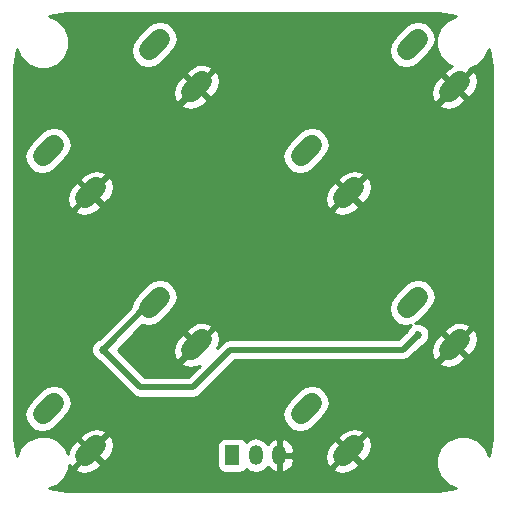
<source format=gbl>
%TF.GenerationSoftware,KiCad,Pcbnew,4.0.7*%
%TF.CreationDate,2018-07-15T20:14:49+02:00*%
%TF.ProjectId,KeyPad,4B65795061642E6B696361645F706362,v1.0*%
%TF.FileFunction,Copper,L2,Bot,Signal*%
%FSLAX46Y46*%
G04 Gerber Fmt 4.6, Leading zero omitted, Abs format (unit mm)*
G04 Created by KiCad (PCBNEW 4.0.7) date 07/15/18 20:14:49*
%MOMM*%
%LPD*%
G01*
G04 APERTURE LIST*
%ADD10C,0.127000*%
%ADD11C,1.727200*%
%ADD12R,1.200000X1.700000*%
%ADD13O,1.200000X1.700000*%
%ADD14C,0.685800*%
%ADD15C,0.500000*%
%ADD16C,0.254000*%
G04 APERTURE END LIST*
D10*
D11*
X32580104Y-2308794D02*
X33514050Y-1374848D01*
X36172206Y-5900896D02*
X37106152Y-4966950D01*
X23599848Y-11289050D02*
X24533794Y-10355104D01*
X27191950Y-14881152D02*
X28125896Y-13947206D01*
X10736104Y-2308794D02*
X11670050Y-1374848D01*
X14328206Y-5900896D02*
X15262152Y-4966950D01*
X1755848Y-11289050D02*
X2689794Y-10355104D01*
X5347950Y-14881152D02*
X6281896Y-13947206D01*
D12*
X17805400Y-36626800D03*
D13*
X19805400Y-36626800D03*
X21805400Y-36626800D03*
D11*
X10736104Y-24152794D02*
X11670050Y-23218848D01*
X14328206Y-27744896D02*
X15262152Y-26810950D01*
X1755848Y-33133050D02*
X2689794Y-32199104D01*
X5347950Y-36725152D02*
X6281896Y-35791206D01*
X32580104Y-24152794D02*
X33514050Y-23218848D01*
X36172206Y-27744896D02*
X37106152Y-26810950D01*
X23599848Y-33133050D02*
X24533794Y-32199104D01*
X27191950Y-36725152D02*
X28125896Y-35791206D01*
D14*
X33528000Y-26416000D03*
X6858000Y-27686000D03*
D15*
X10033000Y-30861000D02*
X6858000Y-27686000D01*
X14478000Y-30861000D02*
X10033000Y-30861000D01*
X17653000Y-27686000D02*
X14478000Y-30861000D01*
X32258000Y-27686000D02*
X17653000Y-27686000D01*
X33528000Y-26416000D02*
X32258000Y-27686000D01*
X6858000Y-27686000D02*
X10858179Y-23685821D01*
X10858179Y-23685821D02*
X11203077Y-23685821D01*
D16*
G36*
X36791710Y541551D02*
X36073628Y244845D01*
X35444364Y-383321D01*
X35103389Y-1204481D01*
X35102613Y-2093619D01*
X35442155Y-2915372D01*
X36070321Y-3544636D01*
X36390006Y-3677381D01*
X36136285Y-3817477D01*
X35669311Y-4284450D01*
X36639179Y-5254318D01*
X37959501Y-3933996D01*
X37925728Y-3826429D01*
X38602372Y-3546845D01*
X39231636Y-2918679D01*
X39530756Y-2198318D01*
X39814500Y-3624794D01*
X39814500Y-35237206D01*
X39530551Y-36664710D01*
X39233845Y-35946628D01*
X38605679Y-35317364D01*
X37784519Y-34976389D01*
X36895381Y-34975613D01*
X36073628Y-35315155D01*
X35444364Y-35943321D01*
X35103389Y-36764481D01*
X35102613Y-37653619D01*
X35442155Y-38475372D01*
X36070321Y-39104636D01*
X36790682Y-39403756D01*
X35364201Y-39687500D01*
X3751794Y-39687500D01*
X2324290Y-39403551D01*
X3042372Y-39106845D01*
X3671636Y-38478679D01*
X3970843Y-37758106D01*
X4494601Y-37758106D01*
X4573009Y-38007833D01*
X4657128Y-38061078D01*
X5220950Y-38223753D01*
X5804106Y-38158279D01*
X6317817Y-37874625D01*
X6784791Y-37407652D01*
X5814923Y-36437784D01*
X4494601Y-37758106D01*
X3970843Y-37758106D01*
X4012611Y-37657519D01*
X4012821Y-37417233D01*
X4065269Y-37500093D01*
X4314996Y-37578501D01*
X5635318Y-36258179D01*
X5994528Y-36258179D01*
X6964396Y-37228047D01*
X7431369Y-36761073D01*
X7715023Y-36247362D01*
X7767855Y-35776800D01*
X16557960Y-35776800D01*
X16557960Y-37476800D01*
X16602238Y-37712117D01*
X16741310Y-37928241D01*
X16953510Y-38073231D01*
X17205400Y-38124240D01*
X18405400Y-38124240D01*
X18640717Y-38079962D01*
X18856841Y-37940890D01*
X18956301Y-37795325D01*
X19332786Y-38046884D01*
X19805400Y-38140893D01*
X20278014Y-38046884D01*
X20678677Y-37779170D01*
X20807810Y-37585909D01*
X20976275Y-37808733D01*
X21396024Y-38055086D01*
X21487791Y-38070262D01*
X21678400Y-37945531D01*
X21678400Y-36753800D01*
X21932400Y-36753800D01*
X21932400Y-37945531D01*
X22123009Y-38070262D01*
X22214776Y-38055086D01*
X22634525Y-37808733D01*
X22672801Y-37758106D01*
X26338601Y-37758106D01*
X26417009Y-38007833D01*
X26501128Y-38061078D01*
X27064950Y-38223753D01*
X27648106Y-38158279D01*
X28161817Y-37874625D01*
X28628791Y-37407652D01*
X27658923Y-36437784D01*
X26338601Y-37758106D01*
X22672801Y-37758106D01*
X22928047Y-37420501D01*
X23050656Y-36949496D01*
X22969721Y-36852152D01*
X25693349Y-36852152D01*
X25856024Y-37415974D01*
X25909269Y-37500093D01*
X26158996Y-37578501D01*
X27479318Y-36258179D01*
X27838528Y-36258179D01*
X28808396Y-37228047D01*
X29275369Y-36761073D01*
X29559023Y-36247362D01*
X29624497Y-35664206D01*
X29461822Y-35100384D01*
X29408577Y-35016265D01*
X29158850Y-34937857D01*
X27838528Y-36258179D01*
X27479318Y-36258179D01*
X26509450Y-35288311D01*
X26042477Y-35755285D01*
X25758823Y-36268996D01*
X25693349Y-36852152D01*
X22969721Y-36852152D01*
X22887947Y-36753800D01*
X21932400Y-36753800D01*
X21678400Y-36753800D01*
X21658400Y-36753800D01*
X21658400Y-36499800D01*
X21678400Y-36499800D01*
X21678400Y-35308069D01*
X21932400Y-35308069D01*
X21932400Y-36499800D01*
X22887947Y-36499800D01*
X23050656Y-36304104D01*
X22928047Y-35833099D01*
X22634525Y-35444867D01*
X22214776Y-35198514D01*
X22123009Y-35183338D01*
X21932400Y-35308069D01*
X21678400Y-35308069D01*
X21487791Y-35183338D01*
X21396024Y-35198514D01*
X20976275Y-35444867D01*
X20807810Y-35667691D01*
X20678677Y-35474430D01*
X20278014Y-35206716D01*
X19805400Y-35112707D01*
X19332786Y-35206716D01*
X18955404Y-35458874D01*
X18869490Y-35325359D01*
X18657290Y-35180369D01*
X18405400Y-35129360D01*
X17205400Y-35129360D01*
X16970083Y-35173638D01*
X16753959Y-35312710D01*
X16608969Y-35524910D01*
X16557960Y-35776800D01*
X7767855Y-35776800D01*
X7780497Y-35664206D01*
X7620224Y-35108706D01*
X26689055Y-35108706D01*
X27658923Y-36078574D01*
X28979245Y-34758252D01*
X28900837Y-34508525D01*
X28816718Y-34455280D01*
X28252896Y-34292605D01*
X27669740Y-34358079D01*
X27156029Y-34641733D01*
X26689055Y-35108706D01*
X7620224Y-35108706D01*
X7617822Y-35100384D01*
X7564577Y-35016265D01*
X7314850Y-34937857D01*
X5994528Y-36258179D01*
X5635318Y-36258179D01*
X4665450Y-35288311D01*
X4198477Y-35755285D01*
X3914823Y-36268996D01*
X3891794Y-36474105D01*
X3673845Y-35946628D01*
X3045679Y-35317364D01*
X2543175Y-35108706D01*
X4845055Y-35108706D01*
X5814923Y-36078574D01*
X7135245Y-34758252D01*
X7056837Y-34508525D01*
X6972718Y-34455280D01*
X6408896Y-34292605D01*
X5825740Y-34358079D01*
X5312029Y-34641733D01*
X4845055Y-35108706D01*
X2543175Y-35108706D01*
X2224519Y-34976389D01*
X1335381Y-34975613D01*
X513628Y-35315155D01*
X-115636Y-35943321D01*
X-414756Y-36663682D01*
X-698500Y-35237201D01*
X-698500Y-33162959D01*
X227339Y-33162959D01*
X341413Y-33736449D01*
X666269Y-34222629D01*
X1152449Y-34547485D01*
X1725939Y-34661559D01*
X2299429Y-34547485D01*
X2785609Y-34222629D01*
X3779374Y-33228865D01*
X3823410Y-33162959D01*
X22071339Y-33162959D01*
X22185413Y-33736449D01*
X22510269Y-34222629D01*
X22996449Y-34547485D01*
X23569939Y-34661559D01*
X24143429Y-34547485D01*
X24629609Y-34222629D01*
X25623374Y-33228865D01*
X25948229Y-32742684D01*
X26062303Y-32169195D01*
X25948229Y-31595705D01*
X25623374Y-31109524D01*
X25137193Y-30784669D01*
X24563703Y-30670595D01*
X23990214Y-30784669D01*
X23504033Y-31109524D01*
X22510269Y-32103289D01*
X22185413Y-32589469D01*
X22071339Y-33162959D01*
X3823410Y-33162959D01*
X4104229Y-32742684D01*
X4218303Y-32169195D01*
X4104229Y-31595705D01*
X3779374Y-31109524D01*
X3293193Y-30784669D01*
X2719703Y-30670595D01*
X2146214Y-30784669D01*
X1660033Y-31109524D01*
X666269Y-32103289D01*
X341413Y-32589469D01*
X227339Y-33162959D01*
X-698500Y-33162959D01*
X-698500Y-27879663D01*
X5879931Y-27879663D01*
X6028493Y-28239212D01*
X6303341Y-28514540D01*
X6528422Y-28608002D01*
X9407208Y-31486787D01*
X9407210Y-31486790D01*
X9694325Y-31678633D01*
X9750516Y-31689810D01*
X10033000Y-31746001D01*
X10033005Y-31746000D01*
X14477995Y-31746000D01*
X14478000Y-31746001D01*
X14760484Y-31689810D01*
X14816675Y-31678633D01*
X15103790Y-31486790D01*
X15103791Y-31486789D01*
X17812729Y-28777850D01*
X35318857Y-28777850D01*
X35397265Y-29027577D01*
X35481384Y-29080822D01*
X36045206Y-29243497D01*
X36628362Y-29178023D01*
X37142073Y-28894369D01*
X37609047Y-28427396D01*
X36639179Y-27457528D01*
X35318857Y-28777850D01*
X17812729Y-28777850D01*
X18019579Y-28571000D01*
X32257995Y-28571000D01*
X32258000Y-28571001D01*
X32541842Y-28514540D01*
X32596675Y-28503633D01*
X32883790Y-28311790D01*
X33323683Y-27871896D01*
X34673605Y-27871896D01*
X34836280Y-28435718D01*
X34889525Y-28519837D01*
X35139252Y-28598245D01*
X36459574Y-27277923D01*
X36818784Y-27277923D01*
X37788652Y-28247791D01*
X38255625Y-27780817D01*
X38539279Y-27267106D01*
X38604753Y-26683950D01*
X38442078Y-26120128D01*
X38388833Y-26036009D01*
X38139106Y-25957601D01*
X36818784Y-27277923D01*
X36459574Y-27277923D01*
X35489706Y-26308055D01*
X35022733Y-26775029D01*
X34739079Y-27288740D01*
X34673605Y-27871896D01*
X33323683Y-27871896D01*
X33857733Y-27337846D01*
X34081212Y-27245507D01*
X34356540Y-26970659D01*
X34505730Y-26611370D01*
X34506069Y-26222337D01*
X34467276Y-26128450D01*
X35669311Y-26128450D01*
X36639179Y-27098318D01*
X37959501Y-25777996D01*
X37881093Y-25528269D01*
X37796974Y-25475024D01*
X37233152Y-25312349D01*
X36649996Y-25377823D01*
X36136285Y-25661477D01*
X35669311Y-26128450D01*
X34467276Y-26128450D01*
X34357507Y-25862788D01*
X34082659Y-25587460D01*
X33723370Y-25438270D01*
X33334337Y-25437931D01*
X33289412Y-25456494D01*
X33609865Y-25242373D01*
X34603630Y-24248609D01*
X34928485Y-23762428D01*
X35042559Y-23188939D01*
X34928485Y-22615449D01*
X34603630Y-22129268D01*
X34117449Y-21804413D01*
X33543959Y-21690339D01*
X32970470Y-21804413D01*
X32484289Y-22129268D01*
X31490525Y-23123033D01*
X31165669Y-23609213D01*
X31051595Y-24182703D01*
X31165669Y-24756193D01*
X31490525Y-25242373D01*
X31976705Y-25567229D01*
X32550195Y-25681303D01*
X32961836Y-25599423D01*
X32699460Y-25861341D01*
X32605998Y-26086423D01*
X31891420Y-26801000D01*
X17653005Y-26801000D01*
X17653000Y-26800999D01*
X17374019Y-26856493D01*
X17314325Y-26868367D01*
X17027210Y-27060210D01*
X17027208Y-27060213D01*
X16541113Y-27546308D01*
X16695279Y-27267106D01*
X16760753Y-26683950D01*
X16598078Y-26120128D01*
X16544833Y-26036009D01*
X16295106Y-25957601D01*
X14974784Y-27277923D01*
X14988927Y-27292066D01*
X14809322Y-27471671D01*
X14795179Y-27457528D01*
X13474857Y-28777850D01*
X13553265Y-29027577D01*
X13637384Y-29080822D01*
X14201206Y-29243497D01*
X14784362Y-29178023D01*
X15063563Y-29023858D01*
X14111420Y-29976000D01*
X10399579Y-29976000D01*
X8295476Y-27871896D01*
X12829605Y-27871896D01*
X12992280Y-28435718D01*
X13045525Y-28519837D01*
X13295252Y-28598245D01*
X14615574Y-27277923D01*
X13645706Y-26308055D01*
X13178733Y-26775029D01*
X12895079Y-27288740D01*
X12829605Y-27871896D01*
X8295476Y-27871896D01*
X8109580Y-27686000D01*
X9667130Y-26128450D01*
X13825311Y-26128450D01*
X14795179Y-27098318D01*
X16115501Y-25777996D01*
X16037093Y-25528269D01*
X15952974Y-25475024D01*
X15389152Y-25312349D01*
X14805996Y-25377823D01*
X14292285Y-25661477D01*
X13825311Y-26128450D01*
X9667130Y-26128450D01*
X10212482Y-25583098D01*
X10706195Y-25681303D01*
X11279685Y-25567229D01*
X11765865Y-25242373D01*
X12759630Y-24248609D01*
X13084485Y-23762428D01*
X13198559Y-23188939D01*
X13084485Y-22615449D01*
X12759630Y-22129268D01*
X12273449Y-21804413D01*
X11699959Y-21690339D01*
X11126470Y-21804413D01*
X10640289Y-22129268D01*
X9646525Y-23123033D01*
X9321669Y-23609213D01*
X9231898Y-24060523D01*
X6528266Y-26764154D01*
X6304788Y-26856493D01*
X6029460Y-27131341D01*
X5880270Y-27490630D01*
X5879931Y-27879663D01*
X-698500Y-27879663D01*
X-698500Y-15914106D01*
X4494601Y-15914106D01*
X4573009Y-16163833D01*
X4657128Y-16217078D01*
X5220950Y-16379753D01*
X5804106Y-16314279D01*
X6317817Y-16030625D01*
X6434336Y-15914106D01*
X26338601Y-15914106D01*
X26417009Y-16163833D01*
X26501128Y-16217078D01*
X27064950Y-16379753D01*
X27648106Y-16314279D01*
X28161817Y-16030625D01*
X28628791Y-15563652D01*
X27658923Y-14593784D01*
X26338601Y-15914106D01*
X6434336Y-15914106D01*
X6784791Y-15563652D01*
X5814923Y-14593784D01*
X4494601Y-15914106D01*
X-698500Y-15914106D01*
X-698500Y-15008152D01*
X3849349Y-15008152D01*
X4012024Y-15571974D01*
X4065269Y-15656093D01*
X4314996Y-15734501D01*
X5635318Y-14414179D01*
X5994528Y-14414179D01*
X6964396Y-15384047D01*
X7340290Y-15008152D01*
X25693349Y-15008152D01*
X25856024Y-15571974D01*
X25909269Y-15656093D01*
X26158996Y-15734501D01*
X27479318Y-14414179D01*
X27838528Y-14414179D01*
X28808396Y-15384047D01*
X29275369Y-14917073D01*
X29559023Y-14403362D01*
X29624497Y-13820206D01*
X29461822Y-13256384D01*
X29408577Y-13172265D01*
X29158850Y-13093857D01*
X27838528Y-14414179D01*
X27479318Y-14414179D01*
X26509450Y-13444311D01*
X26042477Y-13911285D01*
X25758823Y-14424996D01*
X25693349Y-15008152D01*
X7340290Y-15008152D01*
X7431369Y-14917073D01*
X7715023Y-14403362D01*
X7780497Y-13820206D01*
X7620224Y-13264706D01*
X26689055Y-13264706D01*
X27658923Y-14234574D01*
X28979245Y-12914252D01*
X28900837Y-12664525D01*
X28816718Y-12611280D01*
X28252896Y-12448605D01*
X27669740Y-12514079D01*
X27156029Y-12797733D01*
X26689055Y-13264706D01*
X7620224Y-13264706D01*
X7617822Y-13256384D01*
X7564577Y-13172265D01*
X7314850Y-13093857D01*
X5994528Y-14414179D01*
X5635318Y-14414179D01*
X4665450Y-13444311D01*
X4198477Y-13911285D01*
X3914823Y-14424996D01*
X3849349Y-15008152D01*
X-698500Y-15008152D01*
X-698500Y-13264706D01*
X4845055Y-13264706D01*
X5814923Y-14234574D01*
X7135245Y-12914252D01*
X7056837Y-12664525D01*
X6972718Y-12611280D01*
X6408896Y-12448605D01*
X5825740Y-12514079D01*
X5312029Y-12797733D01*
X4845055Y-13264706D01*
X-698500Y-13264706D01*
X-698500Y-11318959D01*
X227339Y-11318959D01*
X341413Y-11892449D01*
X666269Y-12378629D01*
X1152449Y-12703485D01*
X1725939Y-12817559D01*
X2299429Y-12703485D01*
X2785609Y-12378629D01*
X3779374Y-11384865D01*
X3823410Y-11318959D01*
X22071339Y-11318959D01*
X22185413Y-11892449D01*
X22510269Y-12378629D01*
X22996449Y-12703485D01*
X23569939Y-12817559D01*
X24143429Y-12703485D01*
X24629609Y-12378629D01*
X25623374Y-11384865D01*
X25948229Y-10898684D01*
X26062303Y-10325195D01*
X25948229Y-9751705D01*
X25623374Y-9265524D01*
X25137193Y-8940669D01*
X24563703Y-8826595D01*
X23990214Y-8940669D01*
X23504033Y-9265524D01*
X22510269Y-10259289D01*
X22185413Y-10745469D01*
X22071339Y-11318959D01*
X3823410Y-11318959D01*
X4104229Y-10898684D01*
X4218303Y-10325195D01*
X4104229Y-9751705D01*
X3779374Y-9265524D01*
X3293193Y-8940669D01*
X2719703Y-8826595D01*
X2146214Y-8940669D01*
X1660033Y-9265524D01*
X666269Y-10259289D01*
X341413Y-10745469D01*
X227339Y-11318959D01*
X-698500Y-11318959D01*
X-698500Y-6933850D01*
X13474857Y-6933850D01*
X13553265Y-7183577D01*
X13637384Y-7236822D01*
X14201206Y-7399497D01*
X14784362Y-7334023D01*
X15298073Y-7050369D01*
X15414592Y-6933850D01*
X35318857Y-6933850D01*
X35397265Y-7183577D01*
X35481384Y-7236822D01*
X36045206Y-7399497D01*
X36628362Y-7334023D01*
X37142073Y-7050369D01*
X37609047Y-6583396D01*
X36639179Y-5613528D01*
X35318857Y-6933850D01*
X15414592Y-6933850D01*
X15765047Y-6583396D01*
X14795179Y-5613528D01*
X13474857Y-6933850D01*
X-698500Y-6933850D01*
X-698500Y-6027896D01*
X12829605Y-6027896D01*
X12992280Y-6591718D01*
X13045525Y-6675837D01*
X13295252Y-6754245D01*
X14615574Y-5433923D01*
X14974784Y-5433923D01*
X15944652Y-6403791D01*
X16320546Y-6027896D01*
X34673605Y-6027896D01*
X34836280Y-6591718D01*
X34889525Y-6675837D01*
X35139252Y-6754245D01*
X36459574Y-5433923D01*
X36818784Y-5433923D01*
X37788652Y-6403791D01*
X38255625Y-5936817D01*
X38539279Y-5423106D01*
X38604753Y-4839950D01*
X38442078Y-4276128D01*
X38388833Y-4192009D01*
X38139106Y-4113601D01*
X36818784Y-5433923D01*
X36459574Y-5433923D01*
X35489706Y-4464055D01*
X35022733Y-4931029D01*
X34739079Y-5444740D01*
X34673605Y-6027896D01*
X16320546Y-6027896D01*
X16411625Y-5936817D01*
X16695279Y-5423106D01*
X16760753Y-4839950D01*
X16598078Y-4276128D01*
X16544833Y-4192009D01*
X16295106Y-4113601D01*
X14974784Y-5433923D01*
X14615574Y-5433923D01*
X13645706Y-4464055D01*
X13178733Y-4931029D01*
X12895079Y-5444740D01*
X12829605Y-6027896D01*
X-698500Y-6027896D01*
X-698500Y-4284450D01*
X13825311Y-4284450D01*
X14795179Y-5254318D01*
X16115501Y-3933996D01*
X16037093Y-3684269D01*
X15952974Y-3631024D01*
X15389152Y-3468349D01*
X14805996Y-3533823D01*
X14292285Y-3817477D01*
X13825311Y-4284450D01*
X-698500Y-4284450D01*
X-698500Y-3624799D01*
X-414551Y-2197290D01*
X-117845Y-2915372D01*
X510321Y-3544636D01*
X1331481Y-3885611D01*
X2220619Y-3886387D01*
X3042372Y-3546845D01*
X3671636Y-2918679D01*
X3912462Y-2338703D01*
X9207595Y-2338703D01*
X9321669Y-2912193D01*
X9646525Y-3398373D01*
X10132705Y-3723229D01*
X10706195Y-3837303D01*
X11279685Y-3723229D01*
X11765865Y-3398373D01*
X12759630Y-2404609D01*
X12803666Y-2338703D01*
X31051595Y-2338703D01*
X31165669Y-2912193D01*
X31490525Y-3398373D01*
X31976705Y-3723229D01*
X32550195Y-3837303D01*
X33123685Y-3723229D01*
X33609865Y-3398373D01*
X34603630Y-2404609D01*
X34928485Y-1918428D01*
X35042559Y-1344939D01*
X34928485Y-771449D01*
X34603630Y-285268D01*
X34117449Y39587D01*
X33543959Y153661D01*
X32970470Y39587D01*
X32484289Y-285268D01*
X31490525Y-1279033D01*
X31165669Y-1765213D01*
X31051595Y-2338703D01*
X12803666Y-2338703D01*
X13084485Y-1918428D01*
X13198559Y-1344939D01*
X13084485Y-771449D01*
X12759630Y-285268D01*
X12273449Y39587D01*
X11699959Y153661D01*
X11126470Y39587D01*
X10640289Y-285268D01*
X9646525Y-1279033D01*
X9321669Y-1765213D01*
X9207595Y-2338703D01*
X3912462Y-2338703D01*
X4012611Y-2097519D01*
X4013387Y-1208381D01*
X3673845Y-386628D01*
X3045679Y242636D01*
X2325318Y541756D01*
X3751794Y825500D01*
X35364201Y825500D01*
X36791710Y541551D01*
X36791710Y541551D01*
G37*
X36791710Y541551D02*
X36073628Y244845D01*
X35444364Y-383321D01*
X35103389Y-1204481D01*
X35102613Y-2093619D01*
X35442155Y-2915372D01*
X36070321Y-3544636D01*
X36390006Y-3677381D01*
X36136285Y-3817477D01*
X35669311Y-4284450D01*
X36639179Y-5254318D01*
X37959501Y-3933996D01*
X37925728Y-3826429D01*
X38602372Y-3546845D01*
X39231636Y-2918679D01*
X39530756Y-2198318D01*
X39814500Y-3624794D01*
X39814500Y-35237206D01*
X39530551Y-36664710D01*
X39233845Y-35946628D01*
X38605679Y-35317364D01*
X37784519Y-34976389D01*
X36895381Y-34975613D01*
X36073628Y-35315155D01*
X35444364Y-35943321D01*
X35103389Y-36764481D01*
X35102613Y-37653619D01*
X35442155Y-38475372D01*
X36070321Y-39104636D01*
X36790682Y-39403756D01*
X35364201Y-39687500D01*
X3751794Y-39687500D01*
X2324290Y-39403551D01*
X3042372Y-39106845D01*
X3671636Y-38478679D01*
X3970843Y-37758106D01*
X4494601Y-37758106D01*
X4573009Y-38007833D01*
X4657128Y-38061078D01*
X5220950Y-38223753D01*
X5804106Y-38158279D01*
X6317817Y-37874625D01*
X6784791Y-37407652D01*
X5814923Y-36437784D01*
X4494601Y-37758106D01*
X3970843Y-37758106D01*
X4012611Y-37657519D01*
X4012821Y-37417233D01*
X4065269Y-37500093D01*
X4314996Y-37578501D01*
X5635318Y-36258179D01*
X5994528Y-36258179D01*
X6964396Y-37228047D01*
X7431369Y-36761073D01*
X7715023Y-36247362D01*
X7767855Y-35776800D01*
X16557960Y-35776800D01*
X16557960Y-37476800D01*
X16602238Y-37712117D01*
X16741310Y-37928241D01*
X16953510Y-38073231D01*
X17205400Y-38124240D01*
X18405400Y-38124240D01*
X18640717Y-38079962D01*
X18856841Y-37940890D01*
X18956301Y-37795325D01*
X19332786Y-38046884D01*
X19805400Y-38140893D01*
X20278014Y-38046884D01*
X20678677Y-37779170D01*
X20807810Y-37585909D01*
X20976275Y-37808733D01*
X21396024Y-38055086D01*
X21487791Y-38070262D01*
X21678400Y-37945531D01*
X21678400Y-36753800D01*
X21932400Y-36753800D01*
X21932400Y-37945531D01*
X22123009Y-38070262D01*
X22214776Y-38055086D01*
X22634525Y-37808733D01*
X22672801Y-37758106D01*
X26338601Y-37758106D01*
X26417009Y-38007833D01*
X26501128Y-38061078D01*
X27064950Y-38223753D01*
X27648106Y-38158279D01*
X28161817Y-37874625D01*
X28628791Y-37407652D01*
X27658923Y-36437784D01*
X26338601Y-37758106D01*
X22672801Y-37758106D01*
X22928047Y-37420501D01*
X23050656Y-36949496D01*
X22969721Y-36852152D01*
X25693349Y-36852152D01*
X25856024Y-37415974D01*
X25909269Y-37500093D01*
X26158996Y-37578501D01*
X27479318Y-36258179D01*
X27838528Y-36258179D01*
X28808396Y-37228047D01*
X29275369Y-36761073D01*
X29559023Y-36247362D01*
X29624497Y-35664206D01*
X29461822Y-35100384D01*
X29408577Y-35016265D01*
X29158850Y-34937857D01*
X27838528Y-36258179D01*
X27479318Y-36258179D01*
X26509450Y-35288311D01*
X26042477Y-35755285D01*
X25758823Y-36268996D01*
X25693349Y-36852152D01*
X22969721Y-36852152D01*
X22887947Y-36753800D01*
X21932400Y-36753800D01*
X21678400Y-36753800D01*
X21658400Y-36753800D01*
X21658400Y-36499800D01*
X21678400Y-36499800D01*
X21678400Y-35308069D01*
X21932400Y-35308069D01*
X21932400Y-36499800D01*
X22887947Y-36499800D01*
X23050656Y-36304104D01*
X22928047Y-35833099D01*
X22634525Y-35444867D01*
X22214776Y-35198514D01*
X22123009Y-35183338D01*
X21932400Y-35308069D01*
X21678400Y-35308069D01*
X21487791Y-35183338D01*
X21396024Y-35198514D01*
X20976275Y-35444867D01*
X20807810Y-35667691D01*
X20678677Y-35474430D01*
X20278014Y-35206716D01*
X19805400Y-35112707D01*
X19332786Y-35206716D01*
X18955404Y-35458874D01*
X18869490Y-35325359D01*
X18657290Y-35180369D01*
X18405400Y-35129360D01*
X17205400Y-35129360D01*
X16970083Y-35173638D01*
X16753959Y-35312710D01*
X16608969Y-35524910D01*
X16557960Y-35776800D01*
X7767855Y-35776800D01*
X7780497Y-35664206D01*
X7620224Y-35108706D01*
X26689055Y-35108706D01*
X27658923Y-36078574D01*
X28979245Y-34758252D01*
X28900837Y-34508525D01*
X28816718Y-34455280D01*
X28252896Y-34292605D01*
X27669740Y-34358079D01*
X27156029Y-34641733D01*
X26689055Y-35108706D01*
X7620224Y-35108706D01*
X7617822Y-35100384D01*
X7564577Y-35016265D01*
X7314850Y-34937857D01*
X5994528Y-36258179D01*
X5635318Y-36258179D01*
X4665450Y-35288311D01*
X4198477Y-35755285D01*
X3914823Y-36268996D01*
X3891794Y-36474105D01*
X3673845Y-35946628D01*
X3045679Y-35317364D01*
X2543175Y-35108706D01*
X4845055Y-35108706D01*
X5814923Y-36078574D01*
X7135245Y-34758252D01*
X7056837Y-34508525D01*
X6972718Y-34455280D01*
X6408896Y-34292605D01*
X5825740Y-34358079D01*
X5312029Y-34641733D01*
X4845055Y-35108706D01*
X2543175Y-35108706D01*
X2224519Y-34976389D01*
X1335381Y-34975613D01*
X513628Y-35315155D01*
X-115636Y-35943321D01*
X-414756Y-36663682D01*
X-698500Y-35237201D01*
X-698500Y-33162959D01*
X227339Y-33162959D01*
X341413Y-33736449D01*
X666269Y-34222629D01*
X1152449Y-34547485D01*
X1725939Y-34661559D01*
X2299429Y-34547485D01*
X2785609Y-34222629D01*
X3779374Y-33228865D01*
X3823410Y-33162959D01*
X22071339Y-33162959D01*
X22185413Y-33736449D01*
X22510269Y-34222629D01*
X22996449Y-34547485D01*
X23569939Y-34661559D01*
X24143429Y-34547485D01*
X24629609Y-34222629D01*
X25623374Y-33228865D01*
X25948229Y-32742684D01*
X26062303Y-32169195D01*
X25948229Y-31595705D01*
X25623374Y-31109524D01*
X25137193Y-30784669D01*
X24563703Y-30670595D01*
X23990214Y-30784669D01*
X23504033Y-31109524D01*
X22510269Y-32103289D01*
X22185413Y-32589469D01*
X22071339Y-33162959D01*
X3823410Y-33162959D01*
X4104229Y-32742684D01*
X4218303Y-32169195D01*
X4104229Y-31595705D01*
X3779374Y-31109524D01*
X3293193Y-30784669D01*
X2719703Y-30670595D01*
X2146214Y-30784669D01*
X1660033Y-31109524D01*
X666269Y-32103289D01*
X341413Y-32589469D01*
X227339Y-33162959D01*
X-698500Y-33162959D01*
X-698500Y-27879663D01*
X5879931Y-27879663D01*
X6028493Y-28239212D01*
X6303341Y-28514540D01*
X6528422Y-28608002D01*
X9407208Y-31486787D01*
X9407210Y-31486790D01*
X9694325Y-31678633D01*
X9750516Y-31689810D01*
X10033000Y-31746001D01*
X10033005Y-31746000D01*
X14477995Y-31746000D01*
X14478000Y-31746001D01*
X14760484Y-31689810D01*
X14816675Y-31678633D01*
X15103790Y-31486790D01*
X15103791Y-31486789D01*
X17812729Y-28777850D01*
X35318857Y-28777850D01*
X35397265Y-29027577D01*
X35481384Y-29080822D01*
X36045206Y-29243497D01*
X36628362Y-29178023D01*
X37142073Y-28894369D01*
X37609047Y-28427396D01*
X36639179Y-27457528D01*
X35318857Y-28777850D01*
X17812729Y-28777850D01*
X18019579Y-28571000D01*
X32257995Y-28571000D01*
X32258000Y-28571001D01*
X32541842Y-28514540D01*
X32596675Y-28503633D01*
X32883790Y-28311790D01*
X33323683Y-27871896D01*
X34673605Y-27871896D01*
X34836280Y-28435718D01*
X34889525Y-28519837D01*
X35139252Y-28598245D01*
X36459574Y-27277923D01*
X36818784Y-27277923D01*
X37788652Y-28247791D01*
X38255625Y-27780817D01*
X38539279Y-27267106D01*
X38604753Y-26683950D01*
X38442078Y-26120128D01*
X38388833Y-26036009D01*
X38139106Y-25957601D01*
X36818784Y-27277923D01*
X36459574Y-27277923D01*
X35489706Y-26308055D01*
X35022733Y-26775029D01*
X34739079Y-27288740D01*
X34673605Y-27871896D01*
X33323683Y-27871896D01*
X33857733Y-27337846D01*
X34081212Y-27245507D01*
X34356540Y-26970659D01*
X34505730Y-26611370D01*
X34506069Y-26222337D01*
X34467276Y-26128450D01*
X35669311Y-26128450D01*
X36639179Y-27098318D01*
X37959501Y-25777996D01*
X37881093Y-25528269D01*
X37796974Y-25475024D01*
X37233152Y-25312349D01*
X36649996Y-25377823D01*
X36136285Y-25661477D01*
X35669311Y-26128450D01*
X34467276Y-26128450D01*
X34357507Y-25862788D01*
X34082659Y-25587460D01*
X33723370Y-25438270D01*
X33334337Y-25437931D01*
X33289412Y-25456494D01*
X33609865Y-25242373D01*
X34603630Y-24248609D01*
X34928485Y-23762428D01*
X35042559Y-23188939D01*
X34928485Y-22615449D01*
X34603630Y-22129268D01*
X34117449Y-21804413D01*
X33543959Y-21690339D01*
X32970470Y-21804413D01*
X32484289Y-22129268D01*
X31490525Y-23123033D01*
X31165669Y-23609213D01*
X31051595Y-24182703D01*
X31165669Y-24756193D01*
X31490525Y-25242373D01*
X31976705Y-25567229D01*
X32550195Y-25681303D01*
X32961836Y-25599423D01*
X32699460Y-25861341D01*
X32605998Y-26086423D01*
X31891420Y-26801000D01*
X17653005Y-26801000D01*
X17653000Y-26800999D01*
X17374019Y-26856493D01*
X17314325Y-26868367D01*
X17027210Y-27060210D01*
X17027208Y-27060213D01*
X16541113Y-27546308D01*
X16695279Y-27267106D01*
X16760753Y-26683950D01*
X16598078Y-26120128D01*
X16544833Y-26036009D01*
X16295106Y-25957601D01*
X14974784Y-27277923D01*
X14988927Y-27292066D01*
X14809322Y-27471671D01*
X14795179Y-27457528D01*
X13474857Y-28777850D01*
X13553265Y-29027577D01*
X13637384Y-29080822D01*
X14201206Y-29243497D01*
X14784362Y-29178023D01*
X15063563Y-29023858D01*
X14111420Y-29976000D01*
X10399579Y-29976000D01*
X8295476Y-27871896D01*
X12829605Y-27871896D01*
X12992280Y-28435718D01*
X13045525Y-28519837D01*
X13295252Y-28598245D01*
X14615574Y-27277923D01*
X13645706Y-26308055D01*
X13178733Y-26775029D01*
X12895079Y-27288740D01*
X12829605Y-27871896D01*
X8295476Y-27871896D01*
X8109580Y-27686000D01*
X9667130Y-26128450D01*
X13825311Y-26128450D01*
X14795179Y-27098318D01*
X16115501Y-25777996D01*
X16037093Y-25528269D01*
X15952974Y-25475024D01*
X15389152Y-25312349D01*
X14805996Y-25377823D01*
X14292285Y-25661477D01*
X13825311Y-26128450D01*
X9667130Y-26128450D01*
X10212482Y-25583098D01*
X10706195Y-25681303D01*
X11279685Y-25567229D01*
X11765865Y-25242373D01*
X12759630Y-24248609D01*
X13084485Y-23762428D01*
X13198559Y-23188939D01*
X13084485Y-22615449D01*
X12759630Y-22129268D01*
X12273449Y-21804413D01*
X11699959Y-21690339D01*
X11126470Y-21804413D01*
X10640289Y-22129268D01*
X9646525Y-23123033D01*
X9321669Y-23609213D01*
X9231898Y-24060523D01*
X6528266Y-26764154D01*
X6304788Y-26856493D01*
X6029460Y-27131341D01*
X5880270Y-27490630D01*
X5879931Y-27879663D01*
X-698500Y-27879663D01*
X-698500Y-15914106D01*
X4494601Y-15914106D01*
X4573009Y-16163833D01*
X4657128Y-16217078D01*
X5220950Y-16379753D01*
X5804106Y-16314279D01*
X6317817Y-16030625D01*
X6434336Y-15914106D01*
X26338601Y-15914106D01*
X26417009Y-16163833D01*
X26501128Y-16217078D01*
X27064950Y-16379753D01*
X27648106Y-16314279D01*
X28161817Y-16030625D01*
X28628791Y-15563652D01*
X27658923Y-14593784D01*
X26338601Y-15914106D01*
X6434336Y-15914106D01*
X6784791Y-15563652D01*
X5814923Y-14593784D01*
X4494601Y-15914106D01*
X-698500Y-15914106D01*
X-698500Y-15008152D01*
X3849349Y-15008152D01*
X4012024Y-15571974D01*
X4065269Y-15656093D01*
X4314996Y-15734501D01*
X5635318Y-14414179D01*
X5994528Y-14414179D01*
X6964396Y-15384047D01*
X7340290Y-15008152D01*
X25693349Y-15008152D01*
X25856024Y-15571974D01*
X25909269Y-15656093D01*
X26158996Y-15734501D01*
X27479318Y-14414179D01*
X27838528Y-14414179D01*
X28808396Y-15384047D01*
X29275369Y-14917073D01*
X29559023Y-14403362D01*
X29624497Y-13820206D01*
X29461822Y-13256384D01*
X29408577Y-13172265D01*
X29158850Y-13093857D01*
X27838528Y-14414179D01*
X27479318Y-14414179D01*
X26509450Y-13444311D01*
X26042477Y-13911285D01*
X25758823Y-14424996D01*
X25693349Y-15008152D01*
X7340290Y-15008152D01*
X7431369Y-14917073D01*
X7715023Y-14403362D01*
X7780497Y-13820206D01*
X7620224Y-13264706D01*
X26689055Y-13264706D01*
X27658923Y-14234574D01*
X28979245Y-12914252D01*
X28900837Y-12664525D01*
X28816718Y-12611280D01*
X28252896Y-12448605D01*
X27669740Y-12514079D01*
X27156029Y-12797733D01*
X26689055Y-13264706D01*
X7620224Y-13264706D01*
X7617822Y-13256384D01*
X7564577Y-13172265D01*
X7314850Y-13093857D01*
X5994528Y-14414179D01*
X5635318Y-14414179D01*
X4665450Y-13444311D01*
X4198477Y-13911285D01*
X3914823Y-14424996D01*
X3849349Y-15008152D01*
X-698500Y-15008152D01*
X-698500Y-13264706D01*
X4845055Y-13264706D01*
X5814923Y-14234574D01*
X7135245Y-12914252D01*
X7056837Y-12664525D01*
X6972718Y-12611280D01*
X6408896Y-12448605D01*
X5825740Y-12514079D01*
X5312029Y-12797733D01*
X4845055Y-13264706D01*
X-698500Y-13264706D01*
X-698500Y-11318959D01*
X227339Y-11318959D01*
X341413Y-11892449D01*
X666269Y-12378629D01*
X1152449Y-12703485D01*
X1725939Y-12817559D01*
X2299429Y-12703485D01*
X2785609Y-12378629D01*
X3779374Y-11384865D01*
X3823410Y-11318959D01*
X22071339Y-11318959D01*
X22185413Y-11892449D01*
X22510269Y-12378629D01*
X22996449Y-12703485D01*
X23569939Y-12817559D01*
X24143429Y-12703485D01*
X24629609Y-12378629D01*
X25623374Y-11384865D01*
X25948229Y-10898684D01*
X26062303Y-10325195D01*
X25948229Y-9751705D01*
X25623374Y-9265524D01*
X25137193Y-8940669D01*
X24563703Y-8826595D01*
X23990214Y-8940669D01*
X23504033Y-9265524D01*
X22510269Y-10259289D01*
X22185413Y-10745469D01*
X22071339Y-11318959D01*
X3823410Y-11318959D01*
X4104229Y-10898684D01*
X4218303Y-10325195D01*
X4104229Y-9751705D01*
X3779374Y-9265524D01*
X3293193Y-8940669D01*
X2719703Y-8826595D01*
X2146214Y-8940669D01*
X1660033Y-9265524D01*
X666269Y-10259289D01*
X341413Y-10745469D01*
X227339Y-11318959D01*
X-698500Y-11318959D01*
X-698500Y-6933850D01*
X13474857Y-6933850D01*
X13553265Y-7183577D01*
X13637384Y-7236822D01*
X14201206Y-7399497D01*
X14784362Y-7334023D01*
X15298073Y-7050369D01*
X15414592Y-6933850D01*
X35318857Y-6933850D01*
X35397265Y-7183577D01*
X35481384Y-7236822D01*
X36045206Y-7399497D01*
X36628362Y-7334023D01*
X37142073Y-7050369D01*
X37609047Y-6583396D01*
X36639179Y-5613528D01*
X35318857Y-6933850D01*
X15414592Y-6933850D01*
X15765047Y-6583396D01*
X14795179Y-5613528D01*
X13474857Y-6933850D01*
X-698500Y-6933850D01*
X-698500Y-6027896D01*
X12829605Y-6027896D01*
X12992280Y-6591718D01*
X13045525Y-6675837D01*
X13295252Y-6754245D01*
X14615574Y-5433923D01*
X14974784Y-5433923D01*
X15944652Y-6403791D01*
X16320546Y-6027896D01*
X34673605Y-6027896D01*
X34836280Y-6591718D01*
X34889525Y-6675837D01*
X35139252Y-6754245D01*
X36459574Y-5433923D01*
X36818784Y-5433923D01*
X37788652Y-6403791D01*
X38255625Y-5936817D01*
X38539279Y-5423106D01*
X38604753Y-4839950D01*
X38442078Y-4276128D01*
X38388833Y-4192009D01*
X38139106Y-4113601D01*
X36818784Y-5433923D01*
X36459574Y-5433923D01*
X35489706Y-4464055D01*
X35022733Y-4931029D01*
X34739079Y-5444740D01*
X34673605Y-6027896D01*
X16320546Y-6027896D01*
X16411625Y-5936817D01*
X16695279Y-5423106D01*
X16760753Y-4839950D01*
X16598078Y-4276128D01*
X16544833Y-4192009D01*
X16295106Y-4113601D01*
X14974784Y-5433923D01*
X14615574Y-5433923D01*
X13645706Y-4464055D01*
X13178733Y-4931029D01*
X12895079Y-5444740D01*
X12829605Y-6027896D01*
X-698500Y-6027896D01*
X-698500Y-4284450D01*
X13825311Y-4284450D01*
X14795179Y-5254318D01*
X16115501Y-3933996D01*
X16037093Y-3684269D01*
X15952974Y-3631024D01*
X15389152Y-3468349D01*
X14805996Y-3533823D01*
X14292285Y-3817477D01*
X13825311Y-4284450D01*
X-698500Y-4284450D01*
X-698500Y-3624799D01*
X-414551Y-2197290D01*
X-117845Y-2915372D01*
X510321Y-3544636D01*
X1331481Y-3885611D01*
X2220619Y-3886387D01*
X3042372Y-3546845D01*
X3671636Y-2918679D01*
X3912462Y-2338703D01*
X9207595Y-2338703D01*
X9321669Y-2912193D01*
X9646525Y-3398373D01*
X10132705Y-3723229D01*
X10706195Y-3837303D01*
X11279685Y-3723229D01*
X11765865Y-3398373D01*
X12759630Y-2404609D01*
X12803666Y-2338703D01*
X31051595Y-2338703D01*
X31165669Y-2912193D01*
X31490525Y-3398373D01*
X31976705Y-3723229D01*
X32550195Y-3837303D01*
X33123685Y-3723229D01*
X33609865Y-3398373D01*
X34603630Y-2404609D01*
X34928485Y-1918428D01*
X35042559Y-1344939D01*
X34928485Y-771449D01*
X34603630Y-285268D01*
X34117449Y39587D01*
X33543959Y153661D01*
X32970470Y39587D01*
X32484289Y-285268D01*
X31490525Y-1279033D01*
X31165669Y-1765213D01*
X31051595Y-2338703D01*
X12803666Y-2338703D01*
X13084485Y-1918428D01*
X13198559Y-1344939D01*
X13084485Y-771449D01*
X12759630Y-285268D01*
X12273449Y39587D01*
X11699959Y153661D01*
X11126470Y39587D01*
X10640289Y-285268D01*
X9646525Y-1279033D01*
X9321669Y-1765213D01*
X9207595Y-2338703D01*
X3912462Y-2338703D01*
X4012611Y-2097519D01*
X4013387Y-1208381D01*
X3673845Y-386628D01*
X3045679Y242636D01*
X2325318Y541756D01*
X3751794Y825500D01*
X35364201Y825500D01*
X36791710Y541551D01*
M02*

</source>
